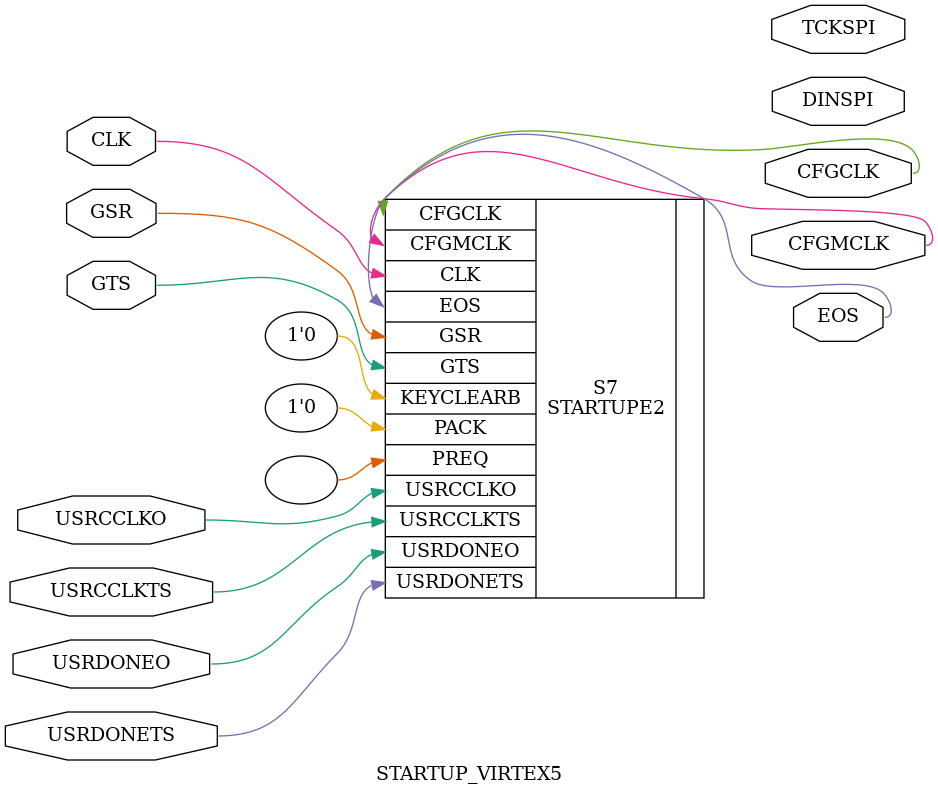
<source format=v>
`timescale 1 ps/1 ps

module STARTUP_VIRTEX5 (       
        CFGCLK,
        CFGMCLK,
        DINSPI,
	EOS,
        TCKSPI,
	CLK,
	GSR,
	GTS,
	USRCCLKO,
	USRCCLKTS,
	USRDONEO,
	USRDONETS);

output CFGCLK;
output CFGMCLK;
output DINSPI;
output EOS;
output TCKSPI;

input CLK;
input GSR;
input GTS;
input USRCCLKO;
input USRCCLKTS;
input USRDONEO;
input USRDONETS;
  

STARTUPE2 S7 ( .CFGCLK(CFGCLK), .CFGMCLK(CFGMCLK), .EOS(EOS), .PREQ(), .CLK(CLK), .GSR(GSR), .GTS(GTS), .KEYCLEARB(1'b0), .PACK(1'b0), .USRCCLKO(USRCCLKO), .USRCCLKTS(USRCCLKTS), .USRDONEO(USRDONEO), .USRDONETS(USRDONETS));

endmodule

</source>
